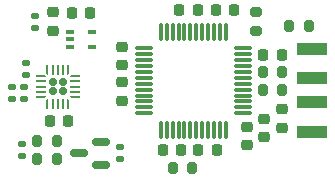
<source format=gbr>
%TF.GenerationSoftware,KiCad,Pcbnew,(7.0.0)*%
%TF.CreationDate,2023-03-08T14:18:51-08:00*%
%TF.ProjectId,ovrdrive,6f767264-7269-4766-952e-6b696361645f,rev?*%
%TF.SameCoordinates,Original*%
%TF.FileFunction,Paste,Top*%
%TF.FilePolarity,Positive*%
%FSLAX46Y46*%
G04 Gerber Fmt 4.6, Leading zero omitted, Abs format (unit mm)*
G04 Created by KiCad (PCBNEW (7.0.0)) date 2023-03-08 14:18:51*
%MOMM*%
%LPD*%
G01*
G04 APERTURE LIST*
G04 Aperture macros list*
%AMRoundRect*
0 Rectangle with rounded corners*
0 $1 Rounding radius*
0 $2 $3 $4 $5 $6 $7 $8 $9 X,Y pos of 4 corners*
0 Add a 4 corners polygon primitive as box body*
4,1,4,$2,$3,$4,$5,$6,$7,$8,$9,$2,$3,0*
0 Add four circle primitives for the rounded corners*
1,1,$1+$1,$2,$3*
1,1,$1+$1,$4,$5*
1,1,$1+$1,$6,$7*
1,1,$1+$1,$8,$9*
0 Add four rect primitives between the rounded corners*
20,1,$1+$1,$2,$3,$4,$5,0*
20,1,$1+$1,$4,$5,$6,$7,0*
20,1,$1+$1,$6,$7,$8,$9,0*
20,1,$1+$1,$8,$9,$2,$3,0*%
%AMFreePoly0*
4,1,14,0.289644,0.110355,0.410355,-0.010356,0.425000,-0.045711,0.425000,-0.075000,0.410355,-0.110355,0.375000,-0.125000,-0.375000,-0.125000,-0.410355,-0.110355,-0.425000,-0.075000,-0.425000,0.075000,-0.410355,0.110355,-0.375000,0.125000,0.254289,0.125000,0.289644,0.110355,0.289644,0.110355,$1*%
%AMFreePoly1*
4,1,14,0.410355,0.110355,0.425000,0.075000,0.425000,0.045711,0.410355,0.010356,0.289644,-0.110355,0.254289,-0.125000,-0.375000,-0.125000,-0.410355,-0.110355,-0.425000,-0.075000,-0.425000,0.075000,-0.410355,0.110355,-0.375000,0.125000,0.375000,0.125000,0.410355,0.110355,0.410355,0.110355,$1*%
%AMFreePoly2*
4,1,14,0.110355,0.410355,0.125000,0.375000,0.125000,-0.375000,0.110355,-0.410355,0.075000,-0.425000,-0.075000,-0.425000,-0.110355,-0.410355,-0.125000,-0.375000,-0.125000,0.254289,-0.110355,0.289644,0.010356,0.410355,0.045711,0.425000,0.075000,0.425000,0.110355,0.410355,0.110355,0.410355,$1*%
%AMFreePoly3*
4,1,14,-0.010356,0.410355,0.110355,0.289644,0.125000,0.254289,0.125000,-0.375000,0.110355,-0.410355,0.075000,-0.425000,-0.075000,-0.425000,-0.110355,-0.410355,-0.125000,-0.375000,-0.125000,0.375000,-0.110355,0.410355,-0.075000,0.425000,-0.045711,0.425000,-0.010356,0.410355,-0.010356,0.410355,$1*%
%AMFreePoly4*
4,1,14,0.410355,0.110355,0.425000,0.075000,0.425000,-0.075000,0.410355,-0.110355,0.375000,-0.125000,-0.254289,-0.125000,-0.289644,-0.110355,-0.410355,0.010356,-0.425000,0.045711,-0.425000,0.075000,-0.410355,0.110355,-0.375000,0.125000,0.375000,0.125000,0.410355,0.110355,0.410355,0.110355,$1*%
%AMFreePoly5*
4,1,14,0.410355,0.110355,0.425000,0.075000,0.425000,-0.075000,0.410355,-0.110355,0.375000,-0.125000,-0.375000,-0.125000,-0.410355,-0.110355,-0.425000,-0.075000,-0.425000,-0.045711,-0.410355,-0.010355,-0.289643,0.110355,-0.254289,0.125000,0.375000,0.125000,0.410355,0.110355,0.410355,0.110355,$1*%
%AMFreePoly6*
4,1,14,0.110355,0.410355,0.125000,0.375000,0.125000,-0.254289,0.110355,-0.289644,-0.010356,-0.410355,-0.045711,-0.425000,-0.075000,-0.425000,-0.110355,-0.410355,-0.125000,-0.375000,-0.125000,0.375000,-0.110355,0.410355,-0.075000,0.425000,0.075000,0.425000,0.110355,0.410355,0.110355,0.410355,$1*%
%AMFreePoly7*
4,1,14,0.110355,0.410355,0.125000,0.375000,0.125000,-0.375000,0.110355,-0.410355,0.075000,-0.425000,0.045711,-0.425000,0.010356,-0.410355,-0.110355,-0.289644,-0.125000,-0.254289,-0.125000,0.375000,-0.110355,0.410355,-0.075000,0.425000,0.075000,0.425000,0.110355,0.410355,0.110355,0.410355,$1*%
G04 Aperture macros list end*
%ADD10RoundRect,0.218750X-0.256250X0.218750X-0.256250X-0.218750X0.256250X-0.218750X0.256250X0.218750X0*%
%ADD11RoundRect,0.135000X0.185000X-0.135000X0.185000X0.135000X-0.185000X0.135000X-0.185000X-0.135000X0*%
%ADD12RoundRect,0.225000X0.225000X0.250000X-0.225000X0.250000X-0.225000X-0.250000X0.225000X-0.250000X0*%
%ADD13RoundRect,0.200000X-0.200000X-0.275000X0.200000X-0.275000X0.200000X0.275000X-0.200000X0.275000X0*%
%ADD14RoundRect,0.225000X-0.225000X-0.250000X0.225000X-0.250000X0.225000X0.250000X-0.225000X0.250000X0*%
%ADD15RoundRect,0.200000X0.200000X0.275000X-0.200000X0.275000X-0.200000X-0.275000X0.200000X-0.275000X0*%
%ADD16RoundRect,0.225000X-0.250000X0.225000X-0.250000X-0.225000X0.250000X-0.225000X0.250000X0.225000X0*%
%ADD17R,2.500000X1.100000*%
%ADD18R,0.650000X0.400000*%
%ADD19RoundRect,0.135000X-0.185000X0.135000X-0.185000X-0.135000X0.185000X-0.135000X0.185000X0.135000X0*%
%ADD20RoundRect,0.150000X0.587500X0.150000X-0.587500X0.150000X-0.587500X-0.150000X0.587500X-0.150000X0*%
%ADD21RoundRect,0.200000X-0.275000X0.200000X-0.275000X-0.200000X0.275000X-0.200000X0.275000X0.200000X0*%
%ADD22RoundRect,0.160000X-0.160000X-0.160000X0.160000X-0.160000X0.160000X0.160000X-0.160000X0.160000X0*%
%ADD23FreePoly0,0.000000*%
%ADD24RoundRect,0.062500X-0.362500X-0.062500X0.362500X-0.062500X0.362500X0.062500X-0.362500X0.062500X0*%
%ADD25FreePoly1,0.000000*%
%ADD26FreePoly2,0.000000*%
%ADD27RoundRect,0.062500X-0.062500X-0.362500X0.062500X-0.362500X0.062500X0.362500X-0.062500X0.362500X0*%
%ADD28FreePoly3,0.000000*%
%ADD29FreePoly4,0.000000*%
%ADD30FreePoly5,0.000000*%
%ADD31FreePoly6,0.000000*%
%ADD32FreePoly7,0.000000*%
%ADD33RoundRect,0.225000X0.250000X-0.225000X0.250000X0.225000X-0.250000X0.225000X-0.250000X-0.225000X0*%
%ADD34RoundRect,0.075000X-0.075000X0.662500X-0.075000X-0.662500X0.075000X-0.662500X0.075000X0.662500X0*%
%ADD35RoundRect,0.075000X-0.662500X0.075000X-0.662500X-0.075000X0.662500X-0.075000X0.662500X0.075000X0*%
G04 APERTURE END LIST*
D10*
%TO.C,D1*%
X117450000Y-97612500D03*
X117450000Y-99187500D03*
%TD*%
D11*
%TO.C,R12*%
X123052500Y-110000000D03*
X123052500Y-108980000D03*
%TD*%
D12*
%TO.C,C17*%
X129675000Y-97400000D03*
X128125000Y-97400000D03*
%TD*%
D13*
%TO.C,R13*%
X116075000Y-110000000D03*
X117725000Y-110000000D03*
%TD*%
D14*
%TO.C,C7*%
X131225000Y-97400000D03*
X132775000Y-97400000D03*
%TD*%
D12*
%TO.C,C18*%
X120575000Y-97700000D03*
X119025000Y-97700000D03*
%TD*%
D15*
%TO.C,R4*%
X136825000Y-102700000D03*
X135175000Y-102700000D03*
%TD*%
%TO.C,R5*%
X139050000Y-98800000D03*
X137400000Y-98800000D03*
%TD*%
D16*
%TO.C,C6*%
X135300000Y-106625000D03*
X135300000Y-108175000D03*
%TD*%
D11*
%TO.C,R7*%
X114925000Y-104910000D03*
X114925000Y-103890000D03*
%TD*%
D17*
%TO.C,J1*%
X139349999Y-100699999D03*
X139349999Y-103199999D03*
X139349999Y-105199999D03*
X139349999Y-107699999D03*
%TD*%
D16*
%TO.C,C10*%
X123300000Y-103525000D03*
X123300000Y-105075000D03*
%TD*%
D18*
%TO.C,U4*%
X118849999Y-99249999D03*
X118849999Y-99899999D03*
X118849999Y-100549999D03*
X120749999Y-100549999D03*
X120749999Y-99249999D03*
%TD*%
D19*
%TO.C,R1*%
X115100000Y-101890000D03*
X115100000Y-102910000D03*
%TD*%
D12*
%TO.C,C8*%
X128275000Y-109300000D03*
X126725000Y-109300000D03*
%TD*%
D20*
%TO.C,Q1*%
X121500000Y-110500000D03*
X121500000Y-108600000D03*
X119625000Y-109550000D03*
%TD*%
D16*
%TO.C,C9*%
X136800000Y-105825000D03*
X136800000Y-107375000D03*
%TD*%
D11*
%TO.C,R9*%
X115900000Y-98910000D03*
X115900000Y-97890000D03*
%TD*%
D15*
%TO.C,R3*%
X136825000Y-104200000D03*
X135175000Y-104200000D03*
%TD*%
D21*
%TO.C,R10*%
X134600000Y-97575000D03*
X134600000Y-99225000D03*
%TD*%
D11*
%TO.C,R2*%
X114800000Y-109810000D03*
X114800000Y-108790000D03*
%TD*%
D12*
%TO.C,C4*%
X118700000Y-106800000D03*
X117150000Y-106800000D03*
%TD*%
D14*
%TO.C,C12*%
X129725000Y-109300000D03*
X131275000Y-109300000D03*
%TD*%
D22*
%TO.C,U3*%
X117425000Y-103500000D03*
X117425000Y-104300000D03*
X118225000Y-103500000D03*
X118225000Y-104300000D03*
D23*
X116375000Y-103000000D03*
D24*
X116375000Y-103450000D03*
X116375000Y-103900000D03*
X116375000Y-104350000D03*
D25*
X116375000Y-104800000D03*
D26*
X116925000Y-105350000D03*
D27*
X117375000Y-105350000D03*
X117825000Y-105350000D03*
X118275000Y-105350000D03*
D28*
X118725000Y-105350000D03*
D29*
X119275000Y-104800000D03*
D24*
X119275000Y-104350000D03*
X119275000Y-103900000D03*
X119275000Y-103450000D03*
D30*
X119275000Y-103000000D03*
D31*
X118725000Y-102450000D03*
D27*
X118275000Y-102450000D03*
X117825000Y-102450000D03*
X117375000Y-102450000D03*
D32*
X116925000Y-102450000D03*
%TD*%
D15*
%TO.C,TH1*%
X116075000Y-108500000D03*
X117725000Y-108500000D03*
%TD*%
D16*
%TO.C,C5*%
X133800000Y-107325000D03*
X133800000Y-108875000D03*
%TD*%
D33*
%TO.C,C11*%
X123300000Y-102075000D03*
X123300000Y-100525000D03*
%TD*%
D14*
%TO.C,C13*%
X135225000Y-101200000D03*
X136775000Y-101200000D03*
%TD*%
D15*
%TO.C,R6*%
X129225000Y-110800000D03*
X127575000Y-110800000D03*
%TD*%
D19*
%TO.C,R8*%
X113925000Y-103890000D03*
X113925000Y-104910000D03*
%TD*%
D34*
%TO.C,U1*%
X132050000Y-99237500D03*
X131550000Y-99237500D03*
X131050000Y-99237500D03*
X130550000Y-99237500D03*
X130050000Y-99237500D03*
X129550000Y-99237500D03*
X129050000Y-99237500D03*
X128550000Y-99237500D03*
X128050000Y-99237500D03*
X127550000Y-99237500D03*
X127050000Y-99237500D03*
X126550000Y-99237500D03*
D35*
X125137500Y-100650000D03*
X125137500Y-101150000D03*
X125137500Y-101650000D03*
X125137500Y-102150000D03*
X125137500Y-102650000D03*
X125137500Y-103150000D03*
X125137500Y-103650000D03*
X125137500Y-104150000D03*
X125137500Y-104650000D03*
X125137500Y-105150000D03*
X125137500Y-105650000D03*
X125137500Y-106150000D03*
D34*
X126550000Y-107562500D03*
X127050000Y-107562500D03*
X127550000Y-107562500D03*
X128050000Y-107562500D03*
X128550000Y-107562500D03*
X129050000Y-107562500D03*
X129550000Y-107562500D03*
X130050000Y-107562500D03*
X130550000Y-107562500D03*
X131050000Y-107562500D03*
X131550000Y-107562500D03*
X132050000Y-107562500D03*
D35*
X133462500Y-106150000D03*
X133462500Y-105650000D03*
X133462500Y-105150000D03*
X133462500Y-104650000D03*
X133462500Y-104150000D03*
X133462500Y-103650000D03*
X133462500Y-103150000D03*
X133462500Y-102650000D03*
X133462500Y-102150000D03*
X133462500Y-101650000D03*
X133462500Y-101150000D03*
X133462500Y-100650000D03*
%TD*%
M02*

</source>
